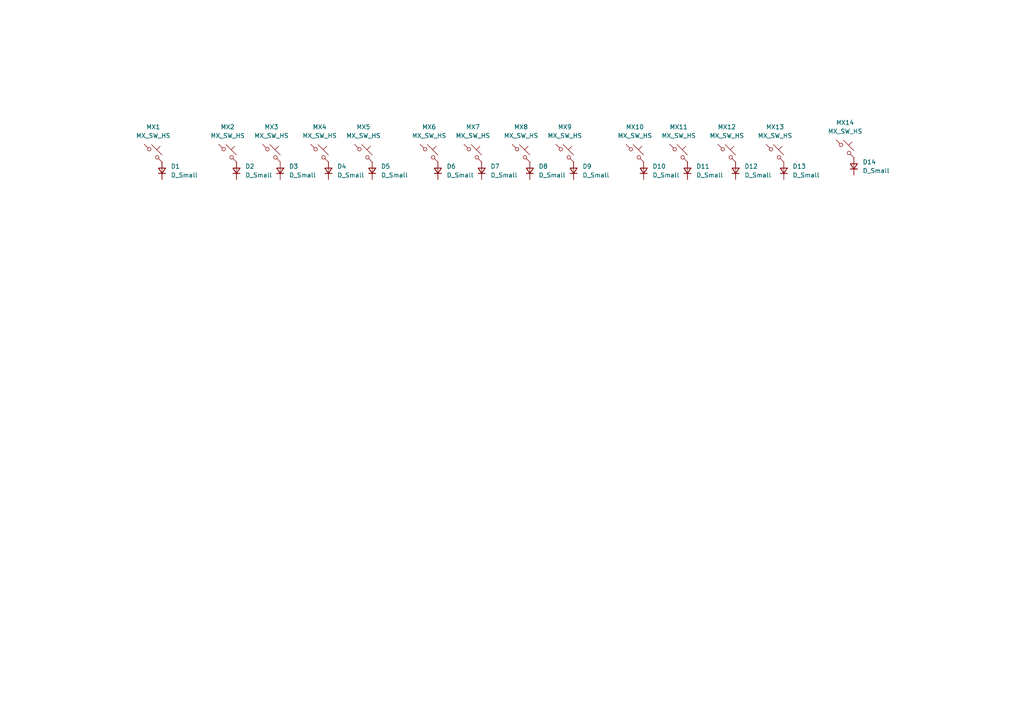
<source format=kicad_sch>
(kicad_sch (version 20231120) (generator "eeschema") (generator_version "8.0")
  (paper "A4")
  (lib_symbols
    (symbol "Device:D_Small" (pin_numbers hide) (pin_names (offset 0.254) hide)
      (property "Reference" "D" (at -1.27 2.032 0))
      (property "Value" "D_Small" (at -3.81 -2.032 0))
      (symbol "D_Small_0_1"
        (polyline (pts (xy -0.762 -1.016) (xy -0.762 1.016)) (stroke (width 0.254)))
        (polyline (pts (xy -0.762 0) (xy 0.762 0)))
        (polyline (pts (xy 0.762 -1.016) (xy -0.762 0) (xy 0.762 1.016) (xy 0.762 -1.016)) (stroke (width 0.254)))
      )
      (symbol "D_Small_1_1"
        (pin passive line (at -2.54 0 0) (length 1.778) (name "K") (number "1"))
        (pin passive line (at 2.54 0 180) (length 1.778) (name "A") (number "2"))
      )
    )
    (symbol "PCM_marbastlib-mx:MX_SW_HS_CPG151101S11" (pin_numbers hide) (pin_names (offset 1.016) hide)
      (property "Reference" "MX" (at 3.048 1.016 0))
      (property "Value" "MX_SW_HS" (at 0 -3.81 0))
      (symbol "MX_SW_HS_CPG151101S11_0_1"
        (circle (center -1.1684 1.1684) (radius 0.508))
        (polyline (pts (xy -0.508 2.54) (xy 2.54 -0.508)))
        (polyline (pts (xy 1.016 1.016) (xy 2.032 2.032)))
        (polyline (pts (xy -2.54 2.54) (xy -1.524 1.524) (xy -1.524 1.524)))
        (polyline (pts (xy 1.524 -1.524) (xy 2.54 -2.54) (xy 2.54 -2.54) (xy 2.54 -2.54)))
        (circle (center 1.143 -1.1938) (radius 0.508))
        (pin passive line (at -2.54 2.54 0) (length 0) (name "1") (number "1"))
        (pin passive line (at 2.54 -2.54 180) (length 0) (name "2") (number "2"))
      )
    )
  )
  (symbol (lib_id "Device:D_Small") (at 186.69 49.53 90) (unit 1)
    (property "Reference" "D10" (at 189.23 48.2599 90) (effects (justify right)))
    (property "Value" "D_Small" (at 189.23 50.7999 90) (effects (justify right)))
    (property "Description" "Diode, small symbol" (effects (hide yes)))
    (property "Sim.Device" "D" (effects (hide yes)))
    (property "Sim.Pins" "1=K 2=A" (effects (hide yes)))
  )
  (symbol (lib_id "PCM_marbastlib-mx:MX_SW_HS_CPG151101S11") (at 66.04 44.45 0) (unit 1)
    (property "Reference" "MX2" (at 66.04 36.83 0))
    (property "Value" "MX_SW_HS" (at 66.04 39.37 0))
    (property "Footprint" "PCM_marbastlib-mx:SW_MX_HS_CPG151101S11_1u" (effects (hide yes)))
    (property "Description" "Push button switch, normally open, two pins, 45° tilted, Kailh CPG151101S11 for Cherry MX style switches" (effects (hide yes)))
  )
  (symbol (lib_id "Device:D_Small") (at 213.36 49.53 90) (unit 1)
    (property "Reference" "D12" (at 215.9 48.2599 90) (effects (justify right)))
    (property "Value" "D_Small" (at 215.9 50.7999 90) (effects (justify right)))
    (property "Description" "Diode, small symbol" (effects (hide yes)))
    (property "Sim.Device" "D" (effects (hide yes)))
    (property "Sim.Pins" "1=K 2=A" (effects (hide yes)))
  )
  (symbol (lib_id "Device:D_Small") (at 46.99 49.53 90) (unit 1)
    (property "Reference" "D1" (at 49.53 48.2599 90) (effects (justify right)))
    (property "Value" "D_Small" (at 49.53 50.7999 90) (effects (justify right)))
    (property "Description" "Diode, small symbol" (effects (hide yes)))
    (property "Sim.Device" "D" (effects (hide yes)))
    (property "Sim.Pins" "1=K 2=A" (effects (hide yes)))
  )
  (symbol (lib_id "PCM_marbastlib-mx:MX_SW_HS_CPG151101S11") (at 44.45 44.45 0) (unit 1)
    (property "Reference" "MX1" (at 44.45 36.83 0))
    (property "Value" "MX_SW_HS" (at 44.45 39.37 0))
    (property "Footprint" "PCM_marbastlib-mx:SW_MX_HS_CPG151101S11_1u" (effects (hide yes)))
    (property "Description" "Push button switch, normally open, two pins, 45° tilted, Kailh CPG151101S11 for Cherry MX style switches" (effects (hide yes)))
  )
  (symbol (lib_id "Device:D_Small") (at 139.7 49.53 90) (unit 1)
    (property "Reference" "D7" (at 142.24 48.2599 90) (effects (justify right)))
    (property "Value" "D_Small" (at 142.24 50.7999 90) (effects (justify right)))
    (property "Description" "Diode, small symbol" (effects (hide yes)))
    (property "Sim.Device" "D" (effects (hide yes)))
    (property "Sim.Pins" "1=K 2=A" (effects (hide yes)))
  )
  (symbol (lib_id "PCM_marbastlib-mx:MX_SW_HS_CPG151101S11") (at 151.13 44.45 0) (unit 1)
    (property "Reference" "MX8" (at 151.13 36.83 0))
    (property "Value" "MX_SW_HS" (at 151.13 39.37 0))
    (property "Footprint" "PCM_marbastlib-mx:SW_MX_HS_CPG151101S11_1u" (effects (hide yes)))
    (property "Description" "Push button switch, normally open, two pins, 45° tilted, Kailh CPG151101S11 for Cherry MX style switches" (effects (hide yes)))
  )
  (symbol (lib_id "Device:D_Small") (at 107.95 49.53 90) (unit 1)
    (property "Reference" "D5" (at 110.49 48.2599 90) (effects (justify right)))
    (property "Value" "D_Small" (at 110.49 50.7999 90) (effects (justify right)))
    (property "Description" "Diode, small symbol" (effects (hide yes)))
    (property "Sim.Device" "D" (effects (hide yes)))
    (property "Sim.Pins" "1=K 2=A" (effects (hide yes)))
  )
  (symbol (lib_id "PCM_marbastlib-mx:MX_SW_HS_CPG151101S11") (at 184.15 44.45 0) (unit 1)
    (property "Reference" "MX10" (at 184.15 36.83 0))
    (property "Value" "MX_SW_HS" (at 184.15 39.37 0))
    (property "Footprint" "PCM_marbastlib-mx:SW_MX_HS_CPG151101S11_1u" (effects (hide yes)))
    (property "Description" "Push button switch, normally open, two pins, 45° tilted, Kailh CPG151101S11 for Cherry MX style switches" (effects (hide yes)))
  )
  (symbol (lib_id "Device:D_Small") (at 247.65 48.26 90) (unit 1)
    (property "Reference" "D14" (at 250.19 46.9899 90) (effects (justify right)))
    (property "Value" "D_Small" (at 250.19 49.5299 90) (effects (justify right)))
    (property "Description" "Diode, small symbol" (effects (hide yes)))
    (property "Sim.Device" "D" (effects (hide yes)))
    (property "Sim.Pins" "1=K 2=A" (effects (hide yes)))
  )
  (symbol (lib_id "PCM_marbastlib-mx:MX_SW_HS_CPG151101S11") (at 78.74 44.45 0) (unit 1)
    (property "Reference" "MX3" (at 78.74 36.83 0))
    (property "Value" "MX_SW_HS" (at 78.74 39.37 0))
    (property "Footprint" "PCM_marbastlib-mx:SW_MX_HS_CPG151101S11_1u" (effects (hide yes)))
    (property "Description" "Push button switch, normally open, two pins, 45° tilted, Kailh CPG151101S11 for Cherry MX style switches" (effects (hide yes)))
  )
  (symbol (lib_id "PCM_marbastlib-mx:MX_SW_HS_CPG151101S11") (at 245.11 43.18 0) (unit 1)
    (property "Reference" "MX14" (at 245.11 35.56 0))
    (property "Value" "MX_SW_HS" (at 245.11 38.1 0))
    (property "Footprint" "PCM_marbastlib-mx:SW_MX_HS_CPG151101S11_1u" (effects (hide yes)))
    (property "Description" "Push button switch, normally open, two pins, 45° tilted, Kailh CPG151101S11 for Cherry MX style switches" (effects (hide yes)))
  )
  (symbol (lib_id "PCM_marbastlib-mx:MX_SW_HS_CPG151101S11") (at 92.71 44.45 0) (unit 1)
    (property "Reference" "MX4" (at 92.71 36.83 0))
    (property "Value" "MX_SW_HS" (at 92.71 39.37 0))
    (property "Footprint" "PCM_marbastlib-mx:SW_MX_HS_CPG151101S11_1u" (effects (hide yes)))
    (property "Description" "Push button switch, normally open, two pins, 45° tilted, Kailh CPG151101S11 for Cherry MX style switches" (effects (hide yes)))
  )
  (symbol (lib_id "PCM_marbastlib-mx:MX_SW_HS_CPG151101S11") (at 210.82 44.45 0) (unit 1)
    (property "Reference" "MX12" (at 210.82 36.83 0))
    (property "Value" "MX_SW_HS" (at 210.82 39.37 0))
    (property "Footprint" "PCM_marbastlib-mx:SW_MX_HS_CPG151101S11_1u" (effects (hide yes)))
    (property "Description" "Push button switch, normally open, two pins, 45° tilted, Kailh CPG151101S11 for Cherry MX style switches" (effects (hide yes)))
  )
  (symbol (lib_id "PCM_marbastlib-mx:MX_SW_HS_CPG151101S11") (at 105.41 44.45 0) (unit 1)
    (property "Reference" "MX5" (at 105.41 36.83 0))
    (property "Value" "MX_SW_HS" (at 105.41 39.37 0))
    (property "Footprint" "PCM_marbastlib-mx:SW_MX_HS_CPG151101S11_1u" (effects (hide yes)))
    (property "Description" "Push button switch, normally open, two pins, 45° tilted, Kailh CPG151101S11 for Cherry MX style switches" (effects (hide yes)))
  )
  (symbol (lib_id "PCM_marbastlib-mx:MX_SW_HS_CPG151101S11") (at 137.16 44.45 0) (unit 1)
    (property "Reference" "MX7" (at 137.16 36.83 0))
    (property "Value" "MX_SW_HS" (at 137.16 39.37 0))
    (property "Footprint" "PCM_marbastlib-mx:SW_MX_HS_CPG151101S11_1u" (effects (hide yes)))
    (property "Description" "Push button switch, normally open, two pins, 45° tilted, Kailh CPG151101S11 for Cherry MX style switches" (effects (hide yes)))
  )
  (symbol (lib_id "PCM_marbastlib-mx:MX_SW_HS_CPG151101S11") (at 124.46 44.45 0) (unit 1)
    (property "Reference" "MX6" (at 124.46 36.83 0))
    (property "Value" "MX_SW_HS" (at 124.46 39.37 0))
    (property "Footprint" "PCM_marbastlib-mx:SW_MX_HS_CPG151101S11_1u" (effects (hide yes)))
    (property "Description" "Push button switch, normally open, two pins, 45° tilted, Kailh CPG151101S11 for Cherry MX style switches" (effects (hide yes)))
  )
  (symbol (lib_id "Device:D_Small") (at 153.67 49.53 90) (unit 1)
    (property "Reference" "D8" (at 156.21 48.2599 90) (effects (justify right)))
    (property "Value" "D_Small" (at 156.21 50.7999 90) (effects (justify right)))
    (property "Description" "Diode, small symbol" (effects (hide yes)))
    (property "Sim.Device" "D" (effects (hide yes)))
    (property "Sim.Pins" "1=K 2=A" (effects (hide yes)))
  )
  (symbol (lib_id "Device:D_Small") (at 68.58 49.53 90) (unit 1)
    (property "Reference" "D2" (at 71.12 48.2599 90) (effects (justify right)))
    (property "Value" "D_Small" (at 71.12 50.7999 90) (effects (justify right)))
    (property "Description" "Diode, small symbol" (effects (hide yes)))
    (property "Sim.Device" "D" (effects (hide yes)))
    (property "Sim.Pins" "1=K 2=A" (effects (hide yes)))
  )
  (symbol (lib_id "Device:D_Small") (at 81.28 49.53 90) (unit 1)
    (property "Reference" "D3" (at 83.82 48.2599 90) (effects (justify right)))
    (property "Value" "D_Small" (at 83.82 50.7999 90) (effects (justify right)))
    (property "Description" "Diode, small symbol" (effects (hide yes)))
    (property "Sim.Device" "D" (effects (hide yes)))
    (property "Sim.Pins" "1=K 2=A" (effects (hide yes)))
  )
  (symbol (lib_id "Device:D_Small") (at 199.39 49.53 90) (unit 1)
    (property "Reference" "D11" (at 201.93 48.2599 90) (effects (justify right)))
    (property "Value" "D_Small" (at 201.93 50.7999 90) (effects (justify right)))
    (property "Description" "Diode, small symbol" (effects (hide yes)))
    (property "Sim.Device" "D" (effects (hide yes)))
    (property "Sim.Pins" "1=K 2=A" (effects (hide yes)))
  )
  (symbol (lib_id "PCM_marbastlib-mx:MX_SW_HS_CPG151101S11") (at 163.83 44.45 0) (unit 1)
    (property "Reference" "MX9" (at 163.83 36.83 0))
    (property "Value" "MX_SW_HS" (at 163.83 39.37 0))
    (property "Footprint" "PCM_marbastlib-mx:SW_MX_HS_CPG151101S11_1u" (effects (hide yes)))
    (property "Description" "Push button switch, normally open, two pins, 45° tilted, Kailh CPG151101S11 for Cherry MX style switches" (effects (hide yes)))
  )
  (symbol (lib_id "Device:D_Small") (at 166.37 49.53 90) (unit 1)
    (property "Reference" "D9" (at 168.91 48.2599 90) (effects (justify right)))
    (property "Value" "D_Small" (at 168.91 50.7999 90) (effects (justify right)))
    (property "Description" "Diode, small symbol" (effects (hide yes)))
    (property "Sim.Device" "D" (effects (hide yes)))
    (property "Sim.Pins" "1=K 2=A" (effects (hide yes)))
  )
  (symbol (lib_id "PCM_marbastlib-mx:MX_SW_HS_CPG151101S11") (at 224.79 44.45 0) (unit 1)
    (property "Reference" "MX13" (at 224.79 36.83 0))
    (property "Value" "MX_SW_HS" (at 224.79 39.37 0))
    (property "Footprint" "PCM_marbastlib-mx:SW_MX_HS_CPG151101S11_1u" (effects (hide yes)))
    (property "Description" "Push button switch, normally open, two pins, 45° tilted, Kailh CPG151101S11 for Cherry MX style switches" (effects (hide yes)))
  )
  (symbol (lib_id "Device:D_Small") (at 95.25 49.53 90) (unit 1)
    (property "Reference" "D4" (at 97.79 48.2599 90) (effects (justify right)))
    (property "Value" "D_Small" (at 97.79 50.7999 90) (effects (justify right)))
    (property "Description" "Diode, small symbol" (effects (hide yes)))
    (property "Sim.Device" "D" (effects (hide yes)))
    (property "Sim.Pins" "1=K 2=A" (effects (hide yes)))
  )
  (symbol (lib_id "PCM_marbastlib-mx:MX_SW_HS_CPG151101S11") (at 196.85 44.45 0) (unit 1)
    (property "Reference" "MX11" (at 196.85 36.83 0))
    (property "Value" "MX_SW_HS" (at 196.85 39.37 0))
    (property "Footprint" "PCM_marbastlib-mx:SW_MX_HS_CPG151101S11_1u" (effects (hide yes)))
    (property "Description" "Push button switch, normally open, two pins, 45° tilted, Kailh CPG151101S11 for Cherry MX style switches" (effects (hide yes)))
  )
  (symbol (lib_id "Device:D_Small") (at 227.33 49.53 90) (unit 1)
    (property "Reference" "D13" (at 229.87 48.2599 90) (effects (justify right)))
    (property "Value" "D_Small" (at 229.87 50.7999 90) (effects (justify right)))
    (property "Description" "Diode, small symbol" (effects (hide yes)))
    (property "Sim.Device" "D" (effects (hide yes)))
    (property "Sim.Pins" "1=K 2=A" (effects (hide yes)))
  )
  (symbol (lib_id "Device:D_Small") (at 127 49.53 90) (unit 1)
    (property "Reference" "D6" (at 129.54 48.2599 90) (effects (justify right)))
    (property "Value" "D_Small" (at 129.54 50.7999 90) (effects (justify right)))
    (property "Description" "Diode, small symbol" (effects (hide yes)))
    (property "Sim.Device" "D" (effects (hide yes)))
    (property "Sim.Pins" "1=K 2=A" (effects (hide yes)))
  )
)
</source>
